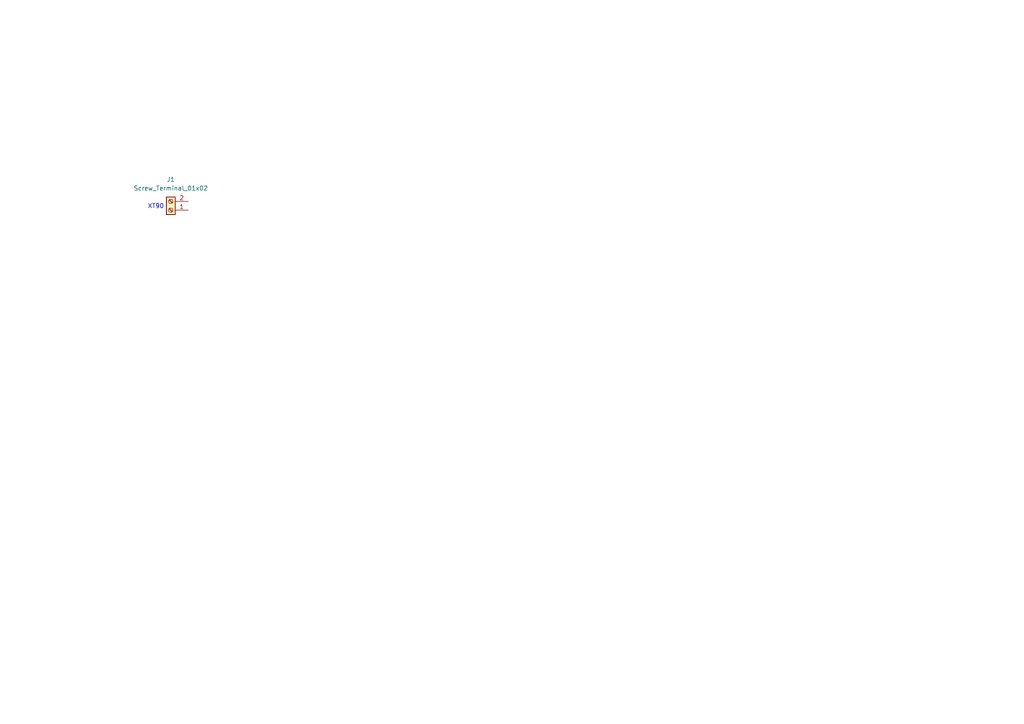
<source format=kicad_sch>
(kicad_sch
	(version 20250114)
	(generator "eeschema")
	(generator_version "9.0")
	(uuid "b2363070-a777-4464-bf06-d873907afdb2")
	(paper "A4")
	(lib_symbols
		(symbol "Connector:Screw_Terminal_01x02"
			(pin_names
				(offset 1.016)
				(hide yes)
			)
			(exclude_from_sim no)
			(in_bom yes)
			(on_board yes)
			(property "Reference" "J"
				(at 0 2.54 0)
				(effects
					(font
						(size 1.27 1.27)
					)
				)
			)
			(property "Value" "Screw_Terminal_01x02"
				(at 0 -5.08 0)
				(effects
					(font
						(size 1.27 1.27)
					)
				)
			)
			(property "Footprint" ""
				(at 0 0 0)
				(effects
					(font
						(size 1.27 1.27)
					)
					(hide yes)
				)
			)
			(property "Datasheet" "~"
				(at 0 0 0)
				(effects
					(font
						(size 1.27 1.27)
					)
					(hide yes)
				)
			)
			(property "Description" "Generic screw terminal, single row, 01x02, script generated (kicad-library-utils/schlib/autogen/connector/)"
				(at 0 0 0)
				(effects
					(font
						(size 1.27 1.27)
					)
					(hide yes)
				)
			)
			(property "ki_keywords" "screw terminal"
				(at 0 0 0)
				(effects
					(font
						(size 1.27 1.27)
					)
					(hide yes)
				)
			)
			(property "ki_fp_filters" "TerminalBlock*:*"
				(at 0 0 0)
				(effects
					(font
						(size 1.27 1.27)
					)
					(hide yes)
				)
			)
			(symbol "Screw_Terminal_01x02_1_1"
				(rectangle
					(start -1.27 1.27)
					(end 1.27 -3.81)
					(stroke
						(width 0.254)
						(type default)
					)
					(fill
						(type background)
					)
				)
				(polyline
					(pts
						(xy -0.5334 0.3302) (xy 0.3302 -0.508)
					)
					(stroke
						(width 0.1524)
						(type default)
					)
					(fill
						(type none)
					)
				)
				(polyline
					(pts
						(xy -0.5334 -2.2098) (xy 0.3302 -3.048)
					)
					(stroke
						(width 0.1524)
						(type default)
					)
					(fill
						(type none)
					)
				)
				(polyline
					(pts
						(xy -0.3556 0.508) (xy 0.508 -0.3302)
					)
					(stroke
						(width 0.1524)
						(type default)
					)
					(fill
						(type none)
					)
				)
				(polyline
					(pts
						(xy -0.3556 -2.032) (xy 0.508 -2.8702)
					)
					(stroke
						(width 0.1524)
						(type default)
					)
					(fill
						(type none)
					)
				)
				(circle
					(center 0 0)
					(radius 0.635)
					(stroke
						(width 0.1524)
						(type default)
					)
					(fill
						(type none)
					)
				)
				(circle
					(center 0 -2.54)
					(radius 0.635)
					(stroke
						(width 0.1524)
						(type default)
					)
					(fill
						(type none)
					)
				)
				(pin passive line
					(at -5.08 0 0)
					(length 3.81)
					(name "Pin_1"
						(effects
							(font
								(size 1.27 1.27)
							)
						)
					)
					(number "1"
						(effects
							(font
								(size 1.27 1.27)
							)
						)
					)
				)
				(pin passive line
					(at -5.08 -2.54 0)
					(length 3.81)
					(name "Pin_2"
						(effects
							(font
								(size 1.27 1.27)
							)
						)
					)
					(number "2"
						(effects
							(font
								(size 1.27 1.27)
							)
						)
					)
				)
			)
			(embedded_fonts no)
		)
	)
	(text "XT90\n"
		(exclude_from_sim no)
		(at 45.212 59.944 0)
		(effects
			(font
				(size 1.27 1.27)
			)
		)
		(uuid "6c943719-8d12-45d7-a620-951ad3999b25")
	)
	(symbol
		(lib_id "Connector:Screw_Terminal_01x02")
		(at 49.53 60.96 180)
		(unit 1)
		(exclude_from_sim no)
		(in_bom yes)
		(on_board yes)
		(dnp no)
		(fields_autoplaced yes)
		(uuid "5b37c077-82af-48e0-aa87-3c8c2298f8d7")
		(property "Reference" "J1"
			(at 49.53 52.07 0)
			(effects
				(font
					(size 1.27 1.27)
				)
			)
		)
		(property "Value" "Screw_Terminal_01x02"
			(at 49.53 54.61 0)
			(effects
				(font
					(size 1.27 1.27)
				)
			)
		)
		(property "Footprint" ""
			(at 49.53 60.96 0)
			(effects
				(font
					(size 1.27 1.27)
				)
				(hide yes)
			)
		)
		(property "Datasheet" "~"
			(at 49.53 60.96 0)
			(effects
				(font
					(size 1.27 1.27)
				)
				(hide yes)
			)
		)
		(property "Description" "Generic screw terminal, single row, 01x02, script generated (kicad-library-utils/schlib/autogen/connector/)"
			(at 49.53 60.96 0)
			(effects
				(font
					(size 1.27 1.27)
				)
				(hide yes)
			)
		)
		(pin "1"
			(uuid "d5d72b1a-42fa-402f-86bd-a97ffba24770")
		)
		(pin "2"
			(uuid "488da216-9da8-4ddf-9a24-eae28cdd4c3f")
		)
		(instances
			(project "VFD_V1"
				(path "/e60c11d9-ab9e-4760-a4a7-008fcec65a72/c6551446-5e26-4d9a-a5bc-1c867d865e21"
					(reference "J1")
					(unit 1)
				)
			)
		)
	)
)

</source>
